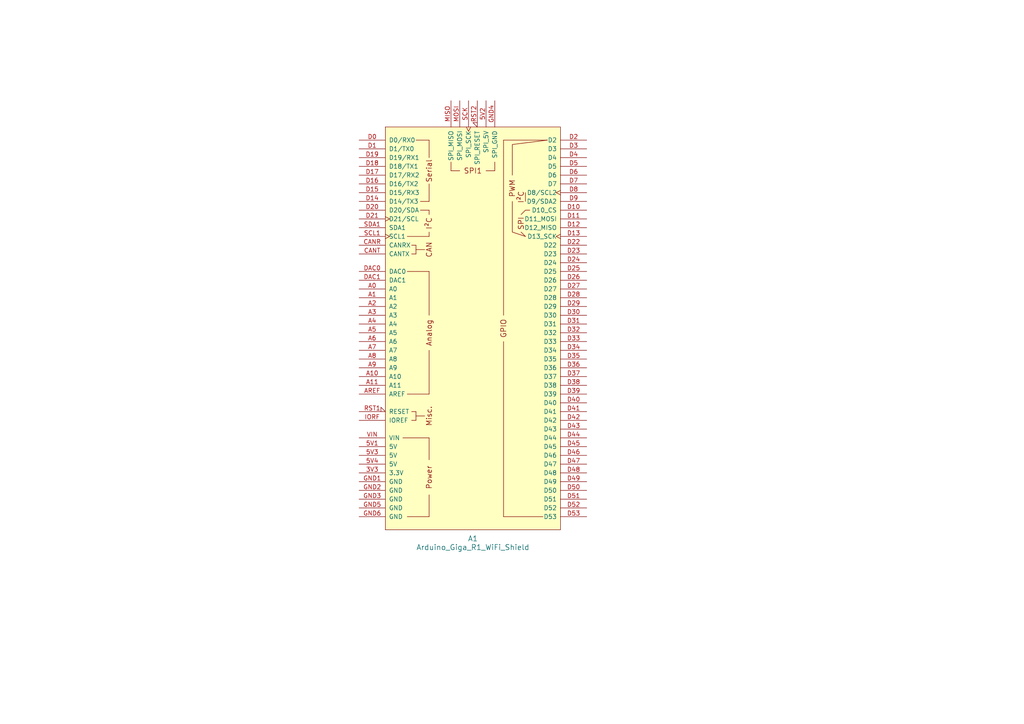
<source format=kicad_sch>
(kicad_sch (version 20250114) (generator "eeschema") (generator_version "9.0")
  (paper "A4")
  (lib_symbols
    (symbol "PCM_arduino-library:Arduino_Giga_R1_WiFi_Shield" (pin_names (offset 1.016))
      (property "Reference" "A" (at 0 -62.23 0))
      (property "Value" "Arduino_Giga_R1_WiFi_Shield" (at 0 -66.04 0))
      (symbol "Arduino_Giga_R1_WiFi_Shield_0_0"
        (rectangle (start -25.4 -58.42) (end 25.4 58.42) (fill (type background)))
        (rectangle (start -20.32 -31.75) (end -12.7 -31.75))
        (rectangle (start -19.05 26.67) (end -12.7 26.67))
        (rectangle (start -19.05 16.51) (end -12.7 16.51))
        (rectangle (start -19.05 -19.05) (end -12.7 -19.05))
        (rectangle (start -19.05 -54.61) (end -12.7 -54.61))
        (rectangle (start -17.78 24.13) (end -16.51 24.13))
        (rectangle (start -17.78 21.59) (end -16.51 21.59))
        (rectangle (start -17.78 -24.13) (end -16.51 -24.13))
        (rectangle (start -17.78 -26.67) (end -16.51 -26.67))
        (rectangle (start -16.51 54.61) (end -12.7 54.61))
        (rectangle (start -16.51 24.13) (end -16.51 21.59))
        (rectangle (start -16.51 22.86) (end -13.97 22.86))
        (rectangle (start -16.51 -24.13) (end -16.51 -26.67))
        (rectangle (start -16.51 -25.4) (end -13.97 -25.4))
        (rectangle (start -15.24 36.83) (end -12.7 36.83))
        (rectangle (start -15.24 34.29) (end -12.7 34.29))
        (rectangle (start -12.7 49.53) (end -12.7 54.61))
        (rectangle (start -12.7 41.91) (end -12.7 36.83))
        (rectangle (start -12.7 34.29) (end -12.7 33.02))
        (rectangle (start -12.7 26.67) (end -12.7 27.94))
        (rectangle (start -12.7 16.51) (end -12.7 3.81))
        (rectangle (start -12.7 -6.35) (end -12.7 -19.05))
        (rectangle (start -12.7 -31.75) (end -12.7 -38.1))
        (rectangle (start -12.7 -54.61) (end -12.7 -48.26))
        (rectangle (start -6.35 48.26) (end -6.35 45.72))
        (rectangle (start -6.35 45.72) (end -3.81 45.72))
        (rectangle (start 3.81 45.72) (end 6.35 45.72))
        (rectangle (start 6.35 48.26) (end 6.35 45.72))
        (polyline (pts (xy 8.89 -54.61) (xy 20.32 -54.61)))
        (polyline (pts (xy 11.43 44.45) (xy 11.43 53.34) (xy 21.59 54.61)))
        (polyline (pts (xy 13.97 33.02) (xy 15.24 34.29) (xy 16.51 34.29)))
        (polyline (pts (xy 15.24 39.37) (xy 15.24 36.83)))
        (polyline (pts (xy 15.24 26.67) (xy 13.97 27.94)))
        (polyline (pts (xy 15.24 26.67) (xy 11.43 27.94) (xy 11.43 36.83)))
        (polyline (pts (xy 21.59 54.61) (xy 8.89 54.61)))
        (text "Serial" (at -12.7 45.72 900) (effects (font (size 1.524 1.524))))
        (text "I²C" (at -12.7 30.48 900) (effects (font (size 1.524 1.524))))
        (text "CAN" (at -12.7 22.86 900) (effects (font (size 1.524 1.524))))
        (text "Analog" (at -12.7 -1.27 900) (effects (font (size 1.524 1.524))))
        (text "Misc." (at -12.7 -25.4 900) (effects (font (size 1.524 1.524))))
        (text "Power" (at -12.7 -43.18 900) (effects (font (size 1.524 1.524))))
        (text "SPI1" (at 0 45.72 0) (effects (font (size 1.524 1.524))))
        (text "PWM" (at 11.43 40.64 900) (effects (font (size 1.524 1.524))))
        (text "I²C" (at 13.97 38.1 900) (effects (font (size 1.524 1.524))))
        (text "SPI" (at 13.97 30.48 900) (effects (font (size 1.524 1.524))))
      )
      (symbol "Arduino_Giga_R1_WiFi_Shield_1_0"
        (rectangle (start 8.89 54.61) (end 8.89 3.81))
        (rectangle (start 8.89 -3.81) (end 8.89 -54.61))
        (text "GPIO" (at 8.89 0 900) (effects (font (size 1.524 1.524))))
      )
      (symbol "Arduino_Giga_R1_WiFi_Shield_1_1"
        (pin bidirectional line (at -33.02 54.61 0) (length 7.62) (name "D0/RX0") (number "D0"))
        (pin bidirectional line (at -33.02 52.07 0) (length 7.62) (name "D1/TX0") (number "D1"))
        (pin bidirectional line (at -33.02 49.53 0) (length 7.62) (name "D19/RX1") (number "D19"))
        (pin bidirectional line (at -33.02 46.99 0) (length 7.62) (name "D18/TX1") (number "D18"))
        (pin bidirectional line (at -33.02 44.45 0) (length 7.62) (name "D17/RX2") (number "D17"))
        (pin bidirectional line (at -33.02 41.91 0) (length 7.62) (name "D16/TX2") (number "D16"))
        (pin bidirectional line (at -33.02 39.37 0) (length 7.62) (name "D15/RX3") (number "D15"))
        (pin bidirectional line (at -33.02 36.83 0) (length 7.62) (name "D14/TX3") (number "D14"))
        (pin bidirectional line (at -33.02 34.29 0) (length 7.62) (name "D20/SDA") (number "D20"))
        (pin bidirectional clock (at -33.02 31.75 0) (length 7.62) (name "D21/SCL") (number "D21"))
        (pin bidirectional line (at -33.02 29.21 0) (length 7.62) (name "SDA1") (number "SDA1"))
        (pin bidirectional clock (at -33.02 26.67 0) (length 7.62) (name "SCL1") (number "SCL1"))
        (pin bidirectional line (at -33.02 24.13 0) (length 7.62) (name "CANRX") (number "CANR"))
        (pin bidirectional line (at -33.02 21.59 0) (length 7.62) (name "CANTX") (number "CANT"))
        (pin bidirectional line (at -33.02 16.51 0) (length 7.62) (name "DAC0") (number "DAC0"))
        (pin bidirectional line (at -33.02 13.97 0) (length 7.62) (name "DAC1") (number "DAC1"))
        (pin bidirectional line (at -33.02 11.43 0) (length 7.62) (name "A0") (number "A0"))
        (pin bidirectional line (at -33.02 8.89 0) (length 7.62) (name "A1") (number "A1"))
        (pin bidirectional line (at -33.02 6.35 0) (length 7.62) (name "A2") (number "A2"))
        (pin bidirectional line (at -33.02 3.81 0) (length 7.62) (name "A3") (number "A3"))
        (pin bidirectional line (at -33.02 1.27 0) (length 7.62) (name "A4") (number "A4"))
        (pin bidirectional line (at -33.02 -1.27 0) (length 7.62) (name "A5") (number "A5"))
        (pin bidirectional line (at -33.02 -3.81 0) (length 7.62) (name "A6") (number "A6"))
        (pin bidirectional line (at -33.02 -6.35 0) (length 7.62) (name "A7") (number "A7"))
        (pin input line (at -33.02 -8.89 0) (length 7.62) (name "A8") (number "A8"))
        (pin input line (at -33.02 -11.43 0) (length 7.62) (name "A9") (number "A9"))
        (pin input line (at -33.02 -13.97 0) (length 7.62) (name "A10") (number "A10"))
        (pin input line (at -33.02 -16.51 0) (length 7.62) (name "A11") (number "A11"))
        (pin input line (at -33.02 -19.05 0) (length 7.62) (name "AREF") (number "AREF"))
        (pin open_collector input_low (at -33.02 -24.13 0) (length 7.62) (name "RESET") (number "RST1"))
        (pin output line (at -33.02 -26.67 0) (length 7.62) (name "IOREF") (number "IORF"))
        (pin power_in line (at -33.02 -31.75 0) (length 7.62) (name "VIN") (number "VIN"))
        (pin power_in line (at -33.02 -34.29 0) (length 7.62) (name "5V") (number "5V1"))
        (pin power_in line (at -33.02 -36.83 0) (length 7.62) (name "5V") (number "5V3"))
        (pin power_in line (at -33.02 -39.37 0) (length 7.62) (name "5V") (number "5V4"))
        (pin power_out line (at -33.02 -41.91 0) (length 7.62) (name "3.3V") (number "3V3"))
        (pin power_in line (at -33.02 -44.45 0) (length 7.62) (name "GND") (number "GND1"))
        (pin power_in line (at -33.02 -46.99 0) (length 7.62) (name "GND") (number "GND2"))
        (pin power_in line (at -33.02 -49.53 0) (length 7.62) (name "GND") (number "GND3"))
        (pin power_in line (at -33.02 -52.07 0) (length 7.62) (name "GND") (number "GND5"))
        (pin power_in line (at -33.02 -54.61 0) (length 7.62) (name "GND") (number "GND6"))
        (pin input line (at -6.35 66.04 270) (length 7.62) (name "SPI_MISO") (number "MISO"))
        (pin output line (at -3.81 66.04 270) (length 7.62) (name "SPI_MOSI") (number "MOSI"))
        (pin output clock (at -1.27 66.04 270) (length 7.62) (name "SPI_SCK") (number "SCK"))
        (pin open_collector input_low (at 1.27 66.04 270) (length 7.62) (name "SPI_RESET") (number "RST2"))
        (pin power_in line (at 3.81 66.04 270) (length 7.62) (name "SPI_5V") (number "5V2"))
        (pin power_in line (at 6.35 66.04 270) (length 7.62) (name "SPI_GND") (number "GND4"))
        (pin bidirectional line (at 33.02 54.61 180) (length 7.62) (name "D2") (number "D2"))
        (pin bidirectional line (at 33.02 52.07 180) (length 7.62) (name "D3") (number "D3"))
        (pin bidirectional line (at 33.02 49.53 180) (length 7.62) (name "D4") (number "D4"))
        (pin bidirectional line (at 33.02 46.99 180) (length 7.62) (name "D5") (number "D5"))
        (pin bidirectional line (at 33.02 44.45 180) (length 7.62) (name "D6") (number "D6"))
        (pin bidirectional line (at 33.02 41.91 180) (length 7.62) (name "D7") (number "D7"))
        (pin bidirectional clock (at 33.02 39.37 180) (length 7.62) (name "D8/SCL2") (number "D8"))
        (pin bidirectional line (at 33.02 36.83 180) (length 7.62) (name "D9/SDA2") (number "D9"))
        (pin bidirectional line (at 33.02 34.29 180) (length 7.62) (name "D10_CS") (number "D10"))
        (pin bidirectional line (at 33.02 31.75 180) (length 7.62) (name "D11_MOSI") (number "D11"))
        (pin bidirectional line (at 33.02 29.21 180) (length 7.62) (name "D12_MISO") (number "D12"))
        (pin bidirectional clock (at 33.02 26.67 180) (length 7.62) (name "D13_SCK") (number "D13"))
        (pin bidirectional line (at 33.02 24.13 180) (length 7.62) (name "D22") (number "D22"))
        (pin bidirectional line (at 33.02 21.59 180) (length 7.62) (name "D23") (number "D23"))
        (pin bidirectional line (at 33.02 19.05 180) (length 7.62) (name "D24") (number "D24"))
        (pin bidirectional line (at 33.02 16.51 180) (length 7.62) (name "D25") (number "D25"))
        (pin bidirectional line (at 33.02 13.97 180) (length 7.62) (name "D26") (number "D26"))
        (pin bidirectional line (at 33.02 11.43 180) (length 7.62) (name "D27") (number "D27"))
        (pin bidirectional line (at 33.02 8.89 180) (length 7.62) (name "D28") (number "D28"))
        (pin bidirectional line (at 33.02 6.35 180) (length 7.62) (name "D29") (number "D29"))
        (pin bidirectional line (at 33.02 3.81 180) (length 7.62) (name "D30") (number "D30"))
        (pin bidirectional line (at 33.02 1.27 180) (length 7.62) (name "D31") (number "D31"))
        (pin bidirectional line (at 33.02 -1.27 180) (length 7.62) (name "D32") (number "D32"))
        (pin bidirectional line (at 33.02 -3.81 180) (length 7.62) (name "D33") (number "D33"))
        (pin bidirectional line (at 33.02 -6.35 180) (length 7.62) (name "D34") (number "D34"))
        (pin bidirectional line (at 33.02 -8.89 180) (length 7.62) (name "D35") (number "D35"))
        (pin bidirectional line (at 33.02 -11.43 180) (length 7.62) (name "D36") (number "D36"))
        (pin bidirectional line (at 33.02 -13.97 180) (length 7.62) (name "D37") (number "D37"))
        (pin bidirectional line (at 33.02 -16.51 180) (length 7.62) (name "D38") (number "D38"))
        (pin bidirectional line (at 33.02 -19.05 180) (length 7.62) (name "D39") (number "D39"))
        (pin bidirectional line (at 33.02 -21.59 180) (length 7.62) (name "D40") (number "D40"))
        (pin bidirectional line (at 33.02 -24.13 180) (length 7.62) (name "D41") (number "D41"))
        (pin bidirectional line (at 33.02 -26.67 180) (length 7.62) (name "D42") (number "D42"))
        (pin bidirectional line (at 33.02 -29.21 180) (length 7.62) (name "D43") (number "D43"))
        (pin bidirectional line (at 33.02 -31.75 180) (length 7.62) (name "D44") (number "D44"))
        (pin bidirectional line (at 33.02 -34.29 180) (length 7.62) (name "D45") (number "D45"))
        (pin bidirectional line (at 33.02 -36.83 180) (length 7.62) (name "D46") (number "D46"))
        (pin bidirectional line (at 33.02 -39.37 180) (length 7.62) (name "D47") (number "D47"))
        (pin bidirectional line (at 33.02 -41.91 180) (length 7.62) (name "D48") (number "D48"))
        (pin bidirectional line (at 33.02 -44.45 180) (length 7.62) (name "D49") (number "D49"))
        (pin bidirectional line (at 33.02 -46.99 180) (length 7.62) (name "D50") (number "D50"))
        (pin bidirectional line (at 33.02 -49.53 180) (length 7.62) (name "D51") (number "D51"))
        (pin bidirectional line (at 33.02 -52.07 180) (length 7.62) (name "D52") (number "D52"))
        (pin bidirectional line (at 33.02 -54.61 180) (length 7.62) (name "D53") (number "D53"))
      )
    )
  )
  (symbol (lib_id "PCM_arduino-library:Arduino_Giga_R1_WiFi_Shield") (at 137.16 95.25 0) (unit 1)
    (property "Reference" "A1" (at 137.16 156.21 0) (effects (font (size 1.524 1.524))))
    (property "Value" "Arduino_Giga_R1_WiFi_Shield" (at 137.16 158.75 0) (effects (font (size 1.524 1.524))))
    (property "Footprint" "PCM_arduino-library:Arduino_Giga_R1_WiFi_Shield" (effects (hide yes)))
    (property "Datasheet" "https://docs.arduino.cc/hardware/giga-r1-wifi" (effects (hide yes)))
    (property "Description" "Shield for Arduino Giga R1 WiFi" (effects (hide yes)))
  )
)
</source>
